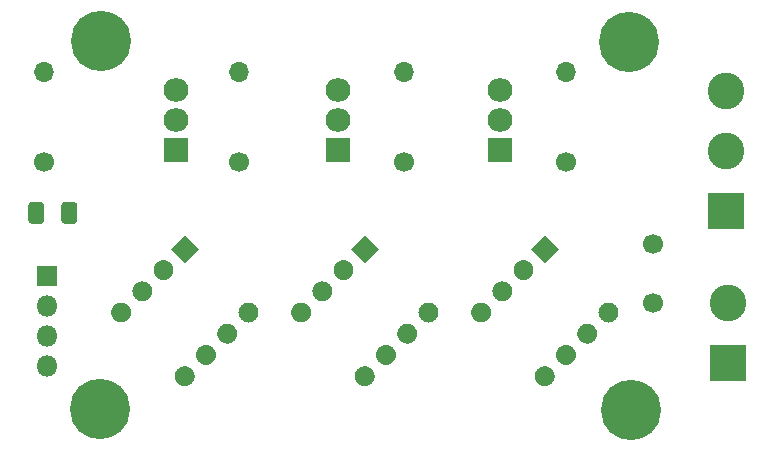
<source format=gbr>
%TF.GenerationSoftware,KiCad,Pcbnew,5.1.6-c6e7f7d~87~ubuntu18.04.1*%
%TF.CreationDate,2021-06-08T23:32:45+01:00*%
%TF.ProjectId,hp_led_driver,68705f6c-6564-45f6-9472-697665722e6b,rev?*%
%TF.SameCoordinates,Original*%
%TF.FileFunction,Soldermask,Top*%
%TF.FilePolarity,Negative*%
%FSLAX46Y46*%
G04 Gerber Fmt 4.6, Leading zero omitted, Abs format (unit mm)*
G04 Created by KiCad (PCBNEW 5.1.6-c6e7f7d~87~ubuntu18.04.1) date 2021-06-08 23:32:45*
%MOMM*%
%LPD*%
G01*
G04 APERTURE LIST*
%ADD10C,0.100000*%
%ADD11C,1.700000*%
%ADD12O,1.700000X1.700000*%
%ADD13R,3.100000X3.100000*%
%ADD14C,3.100000*%
%ADD15R,1.800000X1.800000*%
%ADD16O,1.800000X1.800000*%
%ADD17R,2.100000X2.005000*%
%ADD18O,2.100000X2.005000*%
%ADD19C,5.100000*%
G04 APERTURE END LIST*
%TO.C,U2*%
G36*
G01*
X179793113Y-96989113D02*
X179793113Y-96989113D01*
G75*
G02*
X180995195Y-96989113I601041J-601041D01*
G01*
X180995195Y-96989113D01*
G75*
G02*
X180995195Y-98191195I-601041J-601041D01*
G01*
X180995195Y-98191195D01*
G75*
G02*
X179793113Y-98191195I-601041J601041D01*
G01*
X179793113Y-98191195D01*
G75*
G02*
X179793113Y-96989113I601041J601041D01*
G01*
G37*
G36*
G01*
X169016805Y-96989113D02*
X169016805Y-96989113D01*
G75*
G02*
X170218887Y-96989113I601041J-601041D01*
G01*
X170218887Y-96989113D01*
G75*
G02*
X170218887Y-98191195I-601041J-601041D01*
G01*
X170218887Y-98191195D01*
G75*
G02*
X169016805Y-98191195I-601041J601041D01*
G01*
X169016805Y-98191195D01*
G75*
G02*
X169016805Y-96989113I601041J601041D01*
G01*
G37*
G36*
G01*
X177997061Y-98785164D02*
X177997061Y-98785164D01*
G75*
G02*
X179199143Y-98785164I601041J-601041D01*
G01*
X179199143Y-98785164D01*
G75*
G02*
X179199143Y-99987246I-601041J-601041D01*
G01*
X179199143Y-99987246D01*
G75*
G02*
X177997061Y-99987246I-601041J601041D01*
G01*
X177997061Y-99987246D01*
G75*
G02*
X177997061Y-98785164I601041J601041D01*
G01*
G37*
G36*
G01*
X170812857Y-95193061D02*
X170812857Y-95193061D01*
G75*
G02*
X172014939Y-95193061I601041J-601041D01*
G01*
X172014939Y-95193061D01*
G75*
G02*
X172014939Y-96395143I-601041J-601041D01*
G01*
X172014939Y-96395143D01*
G75*
G02*
X170812857Y-96395143I-601041J601041D01*
G01*
X170812857Y-96395143D01*
G75*
G02*
X170812857Y-95193061I601041J601041D01*
G01*
G37*
G36*
G01*
X176201010Y-100581215D02*
X176201010Y-100581215D01*
G75*
G02*
X177403092Y-100581215I601041J-601041D01*
G01*
X177403092Y-100581215D01*
G75*
G02*
X177403092Y-101783297I-601041J-601041D01*
G01*
X177403092Y-101783297D01*
G75*
G02*
X176201010Y-101783297I-601041J601041D01*
G01*
X176201010Y-101783297D01*
G75*
G02*
X176201010Y-100581215I601041J601041D01*
G01*
G37*
G36*
G01*
X172608908Y-93397010D02*
X172608908Y-93397010D01*
G75*
G02*
X173810990Y-93397010I601041J-601041D01*
G01*
X173810990Y-93397010D01*
G75*
G02*
X173810990Y-94599092I-601041J-601041D01*
G01*
X173810990Y-94599092D01*
G75*
G02*
X172608908Y-94599092I-601041J601041D01*
G01*
X172608908Y-94599092D01*
G75*
G02*
X172608908Y-93397010I601041J601041D01*
G01*
G37*
G36*
G01*
X174404959Y-102377266D02*
X174404959Y-102377266D01*
G75*
G02*
X175607041Y-102377266I601041J-601041D01*
G01*
X175607041Y-102377266D01*
G75*
G02*
X175607041Y-103579348I-601041J-601041D01*
G01*
X175607041Y-103579348D01*
G75*
G02*
X174404959Y-103579348I-601041J601041D01*
G01*
X174404959Y-103579348D01*
G75*
G02*
X174404959Y-102377266I601041J601041D01*
G01*
G37*
D10*
G36*
X173803918Y-92202000D02*
G01*
X175006000Y-90999918D01*
X176208082Y-92202000D01*
X175006000Y-93404082D01*
X173803918Y-92202000D01*
G37*
%TD*%
D11*
%TO.C,C1*%
X199390000Y-96774000D03*
X199390000Y-91774000D03*
%TD*%
D12*
%TO.C,R3*%
X164338000Y-77216000D03*
D11*
X164338000Y-84836000D03*
%TD*%
D12*
%TO.C,R2*%
X178308000Y-77216000D03*
D11*
X178308000Y-84836000D03*
%TD*%
D12*
%TO.C,R1*%
X192024000Y-77216000D03*
D11*
X192024000Y-84836000D03*
%TD*%
D13*
%TO.C,J1*%
X205613000Y-88963500D03*
D14*
X205613000Y-83883500D03*
X205613000Y-78803500D03*
%TD*%
D15*
%TO.C,J2*%
X148082000Y-94488000D03*
D16*
X148082000Y-97028000D03*
X148082000Y-99568000D03*
X148082000Y-102108000D03*
%TD*%
D13*
%TO.C,J3*%
X205740000Y-101854000D03*
D14*
X205740000Y-96774000D03*
%TD*%
D17*
%TO.C,Q1*%
X186436000Y-83820000D03*
D18*
X186436000Y-81280000D03*
X186436000Y-78740000D03*
%TD*%
%TO.C,Q2*%
X172720000Y-78740000D03*
X172720000Y-81280000D03*
D17*
X172720000Y-83820000D03*
%TD*%
%TO.C,Q3*%
X159004000Y-83820000D03*
D18*
X159004000Y-81280000D03*
X159004000Y-78740000D03*
%TD*%
D10*
%TO.C,U1*%
G36*
X189043918Y-92202000D02*
G01*
X190246000Y-90999918D01*
X191448082Y-92202000D01*
X190246000Y-93404082D01*
X189043918Y-92202000D01*
G37*
G36*
G01*
X189644959Y-102377266D02*
X189644959Y-102377266D01*
G75*
G02*
X190847041Y-102377266I601041J-601041D01*
G01*
X190847041Y-102377266D01*
G75*
G02*
X190847041Y-103579348I-601041J-601041D01*
G01*
X190847041Y-103579348D01*
G75*
G02*
X189644959Y-103579348I-601041J601041D01*
G01*
X189644959Y-103579348D01*
G75*
G02*
X189644959Y-102377266I601041J601041D01*
G01*
G37*
G36*
G01*
X187848908Y-93397010D02*
X187848908Y-93397010D01*
G75*
G02*
X189050990Y-93397010I601041J-601041D01*
G01*
X189050990Y-93397010D01*
G75*
G02*
X189050990Y-94599092I-601041J-601041D01*
G01*
X189050990Y-94599092D01*
G75*
G02*
X187848908Y-94599092I-601041J601041D01*
G01*
X187848908Y-94599092D01*
G75*
G02*
X187848908Y-93397010I601041J601041D01*
G01*
G37*
G36*
G01*
X191441010Y-100581215D02*
X191441010Y-100581215D01*
G75*
G02*
X192643092Y-100581215I601041J-601041D01*
G01*
X192643092Y-100581215D01*
G75*
G02*
X192643092Y-101783297I-601041J-601041D01*
G01*
X192643092Y-101783297D01*
G75*
G02*
X191441010Y-101783297I-601041J601041D01*
G01*
X191441010Y-101783297D01*
G75*
G02*
X191441010Y-100581215I601041J601041D01*
G01*
G37*
G36*
G01*
X186052857Y-95193061D02*
X186052857Y-95193061D01*
G75*
G02*
X187254939Y-95193061I601041J-601041D01*
G01*
X187254939Y-95193061D01*
G75*
G02*
X187254939Y-96395143I-601041J-601041D01*
G01*
X187254939Y-96395143D01*
G75*
G02*
X186052857Y-96395143I-601041J601041D01*
G01*
X186052857Y-96395143D01*
G75*
G02*
X186052857Y-95193061I601041J601041D01*
G01*
G37*
G36*
G01*
X193237061Y-98785164D02*
X193237061Y-98785164D01*
G75*
G02*
X194439143Y-98785164I601041J-601041D01*
G01*
X194439143Y-98785164D01*
G75*
G02*
X194439143Y-99987246I-601041J-601041D01*
G01*
X194439143Y-99987246D01*
G75*
G02*
X193237061Y-99987246I-601041J601041D01*
G01*
X193237061Y-99987246D01*
G75*
G02*
X193237061Y-98785164I601041J601041D01*
G01*
G37*
G36*
G01*
X184256805Y-96989113D02*
X184256805Y-96989113D01*
G75*
G02*
X185458887Y-96989113I601041J-601041D01*
G01*
X185458887Y-96989113D01*
G75*
G02*
X185458887Y-98191195I-601041J-601041D01*
G01*
X185458887Y-98191195D01*
G75*
G02*
X184256805Y-98191195I-601041J601041D01*
G01*
X184256805Y-98191195D01*
G75*
G02*
X184256805Y-96989113I601041J601041D01*
G01*
G37*
G36*
G01*
X195033113Y-96989113D02*
X195033113Y-96989113D01*
G75*
G02*
X196235195Y-96989113I601041J-601041D01*
G01*
X196235195Y-96989113D01*
G75*
G02*
X196235195Y-98191195I-601041J-601041D01*
G01*
X196235195Y-98191195D01*
G75*
G02*
X195033113Y-98191195I-601041J601041D01*
G01*
X195033113Y-98191195D01*
G75*
G02*
X195033113Y-96989113I601041J601041D01*
G01*
G37*
%TD*%
%TO.C,U3*%
G36*
X158563918Y-92202000D02*
G01*
X159766000Y-90999918D01*
X160968082Y-92202000D01*
X159766000Y-93404082D01*
X158563918Y-92202000D01*
G37*
G36*
G01*
X159164959Y-102377266D02*
X159164959Y-102377266D01*
G75*
G02*
X160367041Y-102377266I601041J-601041D01*
G01*
X160367041Y-102377266D01*
G75*
G02*
X160367041Y-103579348I-601041J-601041D01*
G01*
X160367041Y-103579348D01*
G75*
G02*
X159164959Y-103579348I-601041J601041D01*
G01*
X159164959Y-103579348D01*
G75*
G02*
X159164959Y-102377266I601041J601041D01*
G01*
G37*
G36*
G01*
X157368908Y-93397010D02*
X157368908Y-93397010D01*
G75*
G02*
X158570990Y-93397010I601041J-601041D01*
G01*
X158570990Y-93397010D01*
G75*
G02*
X158570990Y-94599092I-601041J-601041D01*
G01*
X158570990Y-94599092D01*
G75*
G02*
X157368908Y-94599092I-601041J601041D01*
G01*
X157368908Y-94599092D01*
G75*
G02*
X157368908Y-93397010I601041J601041D01*
G01*
G37*
G36*
G01*
X160961010Y-100581215D02*
X160961010Y-100581215D01*
G75*
G02*
X162163092Y-100581215I601041J-601041D01*
G01*
X162163092Y-100581215D01*
G75*
G02*
X162163092Y-101783297I-601041J-601041D01*
G01*
X162163092Y-101783297D01*
G75*
G02*
X160961010Y-101783297I-601041J601041D01*
G01*
X160961010Y-101783297D01*
G75*
G02*
X160961010Y-100581215I601041J601041D01*
G01*
G37*
G36*
G01*
X155572857Y-95193061D02*
X155572857Y-95193061D01*
G75*
G02*
X156774939Y-95193061I601041J-601041D01*
G01*
X156774939Y-95193061D01*
G75*
G02*
X156774939Y-96395143I-601041J-601041D01*
G01*
X156774939Y-96395143D01*
G75*
G02*
X155572857Y-96395143I-601041J601041D01*
G01*
X155572857Y-96395143D01*
G75*
G02*
X155572857Y-95193061I601041J601041D01*
G01*
G37*
G36*
G01*
X162757061Y-98785164D02*
X162757061Y-98785164D01*
G75*
G02*
X163959143Y-98785164I601041J-601041D01*
G01*
X163959143Y-98785164D01*
G75*
G02*
X163959143Y-99987246I-601041J-601041D01*
G01*
X163959143Y-99987246D01*
G75*
G02*
X162757061Y-99987246I-601041J601041D01*
G01*
X162757061Y-99987246D01*
G75*
G02*
X162757061Y-98785164I601041J601041D01*
G01*
G37*
G36*
G01*
X153776805Y-96989113D02*
X153776805Y-96989113D01*
G75*
G02*
X154978887Y-96989113I601041J-601041D01*
G01*
X154978887Y-96989113D01*
G75*
G02*
X154978887Y-98191195I-601041J-601041D01*
G01*
X154978887Y-98191195D01*
G75*
G02*
X153776805Y-98191195I-601041J601041D01*
G01*
X153776805Y-98191195D01*
G75*
G02*
X153776805Y-96989113I601041J601041D01*
G01*
G37*
G36*
G01*
X164553113Y-96989113D02*
X164553113Y-96989113D01*
G75*
G02*
X165755195Y-96989113I601041J-601041D01*
G01*
X165755195Y-96989113D01*
G75*
G02*
X165755195Y-98191195I-601041J-601041D01*
G01*
X165755195Y-98191195D01*
G75*
G02*
X164553113Y-98191195I-601041J601041D01*
G01*
X164553113Y-98191195D01*
G75*
G02*
X164553113Y-96989113I601041J601041D01*
G01*
G37*
%TD*%
D11*
%TO.C,R4*%
X147828000Y-84836000D03*
D12*
X147828000Y-77216000D03*
%TD*%
%TO.C,D1*%
G36*
G01*
X146515000Y-89809000D02*
X146515000Y-88499000D01*
G75*
G02*
X146785000Y-88229000I270000J0D01*
G01*
X147595000Y-88229000D01*
G75*
G02*
X147865000Y-88499000I0J-270000D01*
G01*
X147865000Y-89809000D01*
G75*
G02*
X147595000Y-90079000I-270000J0D01*
G01*
X146785000Y-90079000D01*
G75*
G02*
X146515000Y-89809000I0J270000D01*
G01*
G37*
G36*
G01*
X149315000Y-89809000D02*
X149315000Y-88499000D01*
G75*
G02*
X149585000Y-88229000I270000J0D01*
G01*
X150395000Y-88229000D01*
G75*
G02*
X150665000Y-88499000I0J-270000D01*
G01*
X150665000Y-89809000D01*
G75*
G02*
X150395000Y-90079000I-270000J0D01*
G01*
X149585000Y-90079000D01*
G75*
G02*
X149315000Y-89809000I0J270000D01*
G01*
G37*
%TD*%
D19*
%TO.C,H1*%
X152590500Y-105791000D03*
%TD*%
%TO.C,H2*%
X197358000Y-74676000D03*
%TD*%
%TO.C,H3*%
X152654000Y-74612500D03*
%TD*%
%TO.C,H4*%
X197548500Y-105854500D03*
%TD*%
M02*

</source>
